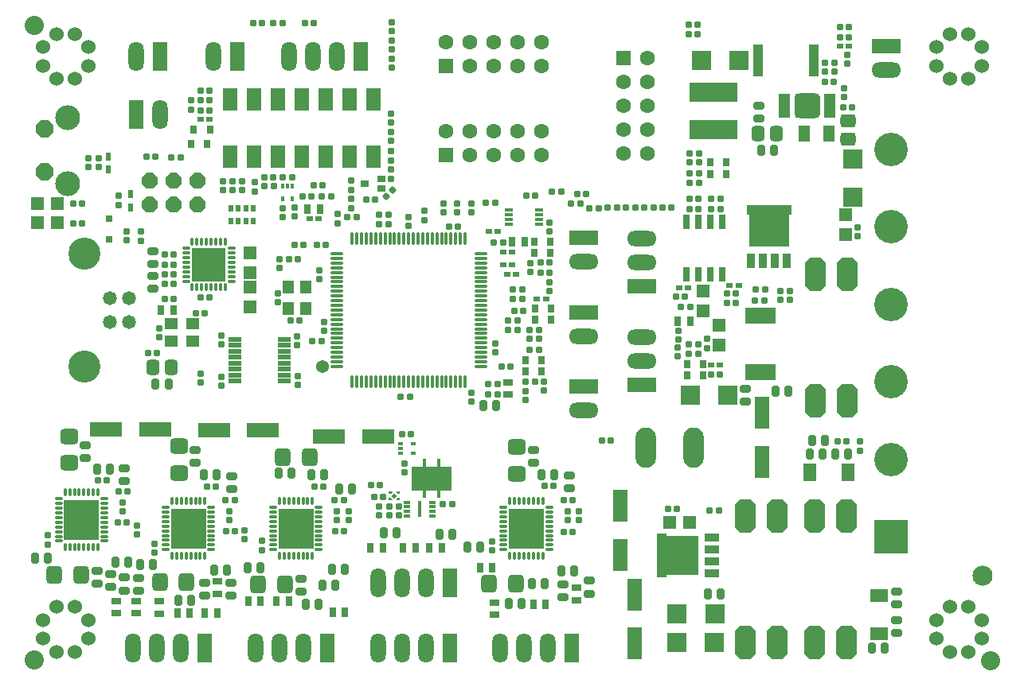
<source format=gts>
G04*
G04 #@! TF.GenerationSoftware,Altium Limited,Altium Designer,18.1.9 (240)*
G04*
G04 Layer_Color=8388736*
%FSLAX25Y25*%
%MOIN*%
G70*
G01*
G75*
%ADD18C,0.03000*%
%ADD100C,0.06306*%
%ADD101R,0.04600X0.01300*%
%ADD102R,0.05300X0.01700*%
%ADD103R,0.16800X0.10400*%
%ADD104R,0.03200X0.06000*%
%ADD105R,0.06000X0.03200*%
G04:AMPARAMS|DCode=106|XSize=26mil|YSize=28mil|CornerRadius=6.4mil|HoleSize=0mil|Usage=FLASHONLY|Rotation=180.000|XOffset=0mil|YOffset=0mil|HoleType=Round|Shape=RoundedRectangle|*
%AMROUNDEDRECTD106*
21,1,0.02600,0.01520,0,0,180.0*
21,1,0.01320,0.02800,0,0,180.0*
1,1,0.01280,-0.00660,0.00760*
1,1,0.01280,0.00660,0.00760*
1,1,0.01280,0.00660,-0.00760*
1,1,0.01280,-0.00660,-0.00760*
%
%ADD106ROUNDEDRECTD106*%
G04:AMPARAMS|DCode=107|XSize=26mil|YSize=28mil|CornerRadius=6.4mil|HoleSize=0mil|Usage=FLASHONLY|Rotation=90.000|XOffset=0mil|YOffset=0mil|HoleType=Round|Shape=RoundedRectangle|*
%AMROUNDEDRECTD107*
21,1,0.02600,0.01520,0,0,90.0*
21,1,0.01320,0.02800,0,0,90.0*
1,1,0.01280,0.00760,0.00660*
1,1,0.01280,0.00760,-0.00660*
1,1,0.01280,-0.00760,-0.00660*
1,1,0.01280,-0.00760,0.00660*
%
%ADD107ROUNDEDRECTD107*%
%ADD108R,0.02565X0.02368*%
G04:AMPARAMS|DCode=109|XSize=26mil|YSize=28mil|CornerRadius=6.4mil|HoleSize=0mil|Usage=FLASHONLY|Rotation=225.000|XOffset=0mil|YOffset=0mil|HoleType=Round|Shape=RoundedRectangle|*
%AMROUNDEDRECTD109*
21,1,0.02600,0.01520,0,0,225.0*
21,1,0.01320,0.02800,0,0,225.0*
1,1,0.01280,-0.01004,0.00071*
1,1,0.01280,-0.00071,0.01004*
1,1,0.01280,0.01004,-0.00071*
1,1,0.01280,0.00071,-0.01004*
%
%ADD109ROUNDEDRECTD109*%
%ADD110R,0.06306X0.09573*%
%ADD111R,0.03550X0.01565*%
G04:AMPARAMS|DCode=112|XSize=33.13mil|YSize=43.37mil|CornerRadius=7.83mil|HoleSize=0mil|Usage=FLASHONLY|Rotation=180.000|XOffset=0mil|YOffset=0mil|HoleType=Round|Shape=RoundedRectangle|*
%AMROUNDEDRECTD112*
21,1,0.03313,0.02772,0,0,180.0*
21,1,0.01748,0.04337,0,0,180.0*
1,1,0.01565,-0.00874,0.01386*
1,1,0.01565,0.00874,0.01386*
1,1,0.01565,0.00874,-0.01386*
1,1,0.01565,-0.00874,-0.01386*
%
%ADD112ROUNDEDRECTD112*%
%ADD113R,0.20479X0.08215*%
%ADD114R,0.08300X0.08300*%
G04:AMPARAMS|DCode=115|XSize=56mil|YSize=64mil|CornerRadius=15mil|HoleSize=0mil|Usage=FLASHONLY|Rotation=270.000|XOffset=0mil|YOffset=0mil|HoleType=Round|Shape=RoundedRectangle|*
%AMROUNDEDRECTD115*
21,1,0.05600,0.03400,0,0,270.0*
21,1,0.02600,0.06400,0,0,270.0*
1,1,0.03000,-0.01700,-0.01300*
1,1,0.03000,-0.01700,0.01300*
1,1,0.03000,0.01700,0.01300*
1,1,0.03000,0.01700,-0.01300*
%
%ADD115ROUNDEDRECTD115*%
%ADD116R,0.04731X0.07093*%
%ADD117R,0.05833X0.07487*%
%ADD118R,0.02400X0.03200*%
%ADD119R,0.05400X0.01900*%
G04:AMPARAMS|DCode=120|XSize=80mil|YSize=80mil|CornerRadius=40mil|HoleSize=0mil|Usage=FLASHONLY|Rotation=0.000|XOffset=0mil|YOffset=0mil|HoleType=Round|Shape=RoundedRectangle|*
%AMROUNDEDRECTD120*
21,1,0.08000,0.00000,0,0,0.0*
21,1,0.00000,0.08000,0,0,0.0*
1,1,0.08000,0.00000,0.00000*
1,1,0.08000,0.00000,0.00000*
1,1,0.08000,0.00000,0.00000*
1,1,0.08000,0.00000,0.00000*
%
%ADD120ROUNDEDRECTD120*%
%ADD121R,0.13000X0.06700*%
G04:AMPARAMS|DCode=122|XSize=56mil|YSize=64mil|CornerRadius=15mil|HoleSize=0mil|Usage=FLASHONLY|Rotation=180.000|XOffset=0mil|YOffset=0mil|HoleType=Round|Shape=RoundedRectangle|*
%AMROUNDEDRECTD122*
21,1,0.05600,0.03400,0,0,180.0*
21,1,0.02600,0.06400,0,0,180.0*
1,1,0.03000,-0.01300,0.01700*
1,1,0.03000,0.01300,0.01700*
1,1,0.03000,0.01300,-0.01700*
1,1,0.03000,-0.01300,-0.01700*
%
%ADD122ROUNDEDRECTD122*%
%ADD123R,0.05600X0.04600*%
%ADD124R,0.02400X0.03000*%
G04:AMPARAMS|DCode=125|XSize=33.13mil|YSize=43.37mil|CornerRadius=7.83mil|HoleSize=0mil|Usage=FLASHONLY|Rotation=90.000|XOffset=0mil|YOffset=0mil|HoleType=Round|Shape=RoundedRectangle|*
%AMROUNDEDRECTD125*
21,1,0.03313,0.02772,0,0,90.0*
21,1,0.01748,0.04337,0,0,90.0*
1,1,0.01565,0.01386,0.00874*
1,1,0.01565,0.01386,-0.00874*
1,1,0.01565,-0.01386,-0.00874*
1,1,0.01565,-0.01386,0.00874*
%
%ADD125ROUNDEDRECTD125*%
%ADD126O,0.01384X0.05518*%
%ADD127O,0.05518X0.01384*%
%ADD128R,0.02800X0.02800*%
%ADD129R,0.03943X0.13392*%
%ADD130C,0.06000*%
G04:AMPARAMS|DCode=131|XSize=67mil|YSize=75mil|CornerRadius=17.75mil|HoleSize=0mil|Usage=FLASHONLY|Rotation=90.000|XOffset=0mil|YOffset=0mil|HoleType=Round|Shape=RoundedRectangle|*
%AMROUNDEDRECTD131*
21,1,0.06700,0.03950,0,0,90.0*
21,1,0.03150,0.07500,0,0,90.0*
1,1,0.03550,0.01975,0.01575*
1,1,0.03550,0.01975,-0.01575*
1,1,0.03550,-0.01975,-0.01575*
1,1,0.03550,-0.01975,0.01575*
%
%ADD131ROUNDEDRECTD131*%
%ADD132R,0.13786X0.05912*%
%ADD133R,0.02800X0.06400*%
%ADD134R,0.05200X0.05200*%
G04:AMPARAMS|DCode=135|XSize=54mil|YSize=54mil|CornerRadius=27mil|HoleSize=0mil|Usage=FLASHONLY|Rotation=270.000|XOffset=0mil|YOffset=0mil|HoleType=Round|Shape=RoundedRectangle|*
%AMROUNDEDRECTD135*
21,1,0.05400,0.00000,0,0,270.0*
21,1,0.00000,0.05400,0,0,270.0*
1,1,0.05400,0.00000,0.00000*
1,1,0.05400,0.00000,0.00000*
1,1,0.05400,0.00000,0.00000*
1,1,0.05400,0.00000,0.00000*
%
%ADD135ROUNDEDRECTD135*%
%ADD136R,0.03038X0.03865*%
%ADD137R,0.14573X0.16542*%
%ADD138O,0.01384X0.03747*%
%ADD139O,0.03747X0.01384*%
G04:AMPARAMS|DCode=140|XSize=14.96mil|YSize=35.43mil|CornerRadius=6.38mil|HoleSize=0mil|Usage=FLASHONLY|Rotation=180.000|XOffset=0mil|YOffset=0mil|HoleType=Round|Shape=RoundedRectangle|*
%AMROUNDEDRECTD140*
21,1,0.01496,0.02268,0,0,180.0*
21,1,0.00221,0.03543,0,0,180.0*
1,1,0.01276,-0.00110,0.01134*
1,1,0.01276,0.00110,0.01134*
1,1,0.01276,0.00110,-0.01134*
1,1,0.01276,-0.00110,-0.01134*
%
%ADD140ROUNDEDRECTD140*%
G04:AMPARAMS|DCode=141|XSize=14.96mil|YSize=35.43mil|CornerRadius=6.38mil|HoleSize=0mil|Usage=FLASHONLY|Rotation=270.000|XOffset=0mil|YOffset=0mil|HoleType=Round|Shape=RoundedRectangle|*
%AMROUNDEDRECTD141*
21,1,0.01496,0.02268,0,0,270.0*
21,1,0.00221,0.03543,0,0,270.0*
1,1,0.01276,-0.01134,-0.00110*
1,1,0.01276,-0.01134,0.00110*
1,1,0.01276,0.01134,0.00110*
1,1,0.01276,0.01134,-0.00110*
%
%ADD141ROUNDEDRECTD141*%
%ADD142R,0.14100X0.14100*%
%ADD143R,0.02762X0.03550*%
G04:AMPARAMS|DCode=144|XSize=109mil|YSize=109mil|CornerRadius=28.25mil|HoleSize=0mil|Usage=FLASHONLY|Rotation=180.000|XOffset=0mil|YOffset=0mil|HoleType=Round|Shape=RoundedRectangle|*
%AMROUNDEDRECTD144*
21,1,0.10900,0.05250,0,0,180.0*
21,1,0.05250,0.10900,0,0,180.0*
1,1,0.05650,-0.02625,0.02625*
1,1,0.05650,0.02625,0.02625*
1,1,0.05650,0.02625,-0.02625*
1,1,0.05650,-0.02625,-0.02625*
%
%ADD144ROUNDEDRECTD144*%
%ADD145R,0.04836X0.01985*%
%ADD146R,0.03550X0.02565*%
%ADD147R,0.02565X0.01384*%
%ADD148R,0.01187X0.06699*%
%ADD149R,0.02172X0.01581*%
%ADD150R,0.08471X0.08471*%
%ADD151O,0.01502X0.03550*%
%ADD152O,0.03550X0.01502*%
%ADD153P,0.02132X4X180.0*%
%ADD154R,0.01581X0.02172*%
%ADD155R,0.03865X0.03038*%
%ADD156R,0.05912X0.13786*%
G04:AMPARAMS|DCode=157|XSize=67mil|YSize=75mil|CornerRadius=17.75mil|HoleSize=0mil|Usage=FLASHONLY|Rotation=180.000|XOffset=0mil|YOffset=0mil|HoleType=Round|Shape=RoundedRectangle|*
%AMROUNDEDRECTD157*
21,1,0.06700,0.03950,0,0,180.0*
21,1,0.03150,0.07500,0,0,180.0*
1,1,0.03550,-0.01575,0.01975*
1,1,0.03550,0.01575,0.01975*
1,1,0.03550,0.01575,-0.01975*
1,1,0.03550,-0.01575,-0.01975*
%
%ADD157ROUNDEDRECTD157*%
%ADD158R,0.05200X0.05200*%
%ADD159R,0.08300X0.08300*%
%ADD160R,0.04600X0.05600*%
%ADD161R,0.07487X0.05833*%
%ADD162R,0.06306X0.06306*%
%ADD163C,0.06306*%
%ADD164O,0.08650X0.16900*%
%ADD165R,0.06306X0.06306*%
G04:AMPARAMS|DCode=166|XSize=137mil|YSize=87mil|CornerRadius=0mil|HoleSize=0mil|Usage=FLASHONLY|Rotation=270.000|XOffset=0mil|YOffset=0mil|HoleType=Round|Shape=Octagon|*
%AMOCTAGOND166*
4,1,8,-0.02175,-0.06850,0.02175,-0.06850,0.04350,-0.04675,0.04350,0.04675,0.02175,0.06850,-0.02175,0.06850,-0.04350,0.04675,-0.04350,-0.04675,-0.02175,-0.06850,0.0*
%
%ADD166OCTAGOND166*%

%ADD167P,0.07144X8X22.5*%
%ADD168C,0.05800*%
%ADD169C,0.13450*%
%ADD170P,0.08010X8X292.5*%
%ADD171C,0.10400*%
%ADD172R,0.12400X0.06400*%
%ADD173O,0.12400X0.06400*%
%ADD174R,0.06400X0.12400*%
%ADD175O,0.06400X0.12400*%
%ADD176O,0.13998X0.14000*%
%ADD177R,0.13998X0.14000*%
%ADD178C,0.08400*%
%ADD179C,0.02400*%
G36*
X67874Y-150925D02*
Y-150492D01*
X67283Y-149902D01*
X66260D01*
Y-150925D01*
X67874D01*
D02*
G37*
G36*
X66260Y-147303D02*
Y-148327D01*
X67283D01*
X67874Y-147736D01*
Y-147303D01*
X66260D01*
D02*
G37*
G36*
X71142Y-150925D02*
Y-149902D01*
X70118D01*
X69528Y-150492D01*
Y-150925D01*
X71142D01*
D02*
G37*
G36*
X69528Y-147303D02*
Y-147736D01*
X70118Y-148327D01*
X71142D01*
Y-147303D01*
X69528D01*
D02*
G37*
G36*
X182573Y-165790D02*
X195959D01*
Y-182325D01*
X182573D01*
Y-183309D01*
X178538D01*
Y-164805D01*
X182573D01*
Y-165790D01*
D02*
G37*
G36*
X234940Y-31365D02*
X233956D01*
Y-44751D01*
X217421D01*
Y-31365D01*
X216436D01*
Y-27330D01*
X234940D01*
Y-31365D01*
D02*
G37*
G54D18*
X229688Y-41950D02*
D03*
Y-37950D02*
D03*
Y-33950D02*
D03*
Y-29950D02*
D03*
X221688D02*
D03*
Y-33950D02*
D03*
Y-37950D02*
D03*
Y-41950D02*
D03*
X225688D02*
D03*
Y-37950D02*
D03*
Y-29950D02*
D03*
Y-33950D02*
D03*
X193158Y-170057D02*
D03*
X189158D02*
D03*
X185158D02*
D03*
X181158D02*
D03*
Y-178058D02*
D03*
X185158D02*
D03*
X189158D02*
D03*
X193158D02*
D03*
Y-174057D02*
D03*
X189158D02*
D03*
X181158D02*
D03*
X185158D02*
D03*
X119644Y-156324D02*
D03*
X128305Y-169316D02*
D03*
X123975D02*
D03*
X119644D02*
D03*
X128305Y-164985D02*
D03*
X123975D02*
D03*
X119644D02*
D03*
X128305Y-160654D02*
D03*
X123975D02*
D03*
X119644D02*
D03*
X128305Y-156324D02*
D03*
X123975D02*
D03*
X-8925Y-52225D02*
D03*
Y-48485D02*
D03*
X-12694Y-48449D02*
D03*
X-12646Y-52225D02*
D03*
X-12665Y-56064D02*
D03*
X-8925Y-55965D02*
D03*
X-5185D02*
D03*
Y-52225D02*
D03*
Y-48485D02*
D03*
X-62163Y-152724D02*
D03*
X-57832D02*
D03*
X-66494Y-157054D02*
D03*
X-62163D02*
D03*
X-57832D02*
D03*
X-66494Y-161385D02*
D03*
X-62163D02*
D03*
X-57832D02*
D03*
X-66494Y-165716D02*
D03*
X-62163D02*
D03*
X-57832D02*
D03*
X-66494Y-152724D02*
D03*
X-17425Y-156324D02*
D03*
X-13094D02*
D03*
X-21756Y-160654D02*
D03*
X-17425D02*
D03*
X-13094D02*
D03*
X-21756Y-164985D02*
D03*
X-17425D02*
D03*
X-13094D02*
D03*
X-21756Y-169316D02*
D03*
X-17425D02*
D03*
X-13094D02*
D03*
X-21756Y-156324D02*
D03*
X27575D02*
D03*
X31905D02*
D03*
X23244Y-160654D02*
D03*
X27575D02*
D03*
X31905D02*
D03*
X23244Y-164985D02*
D03*
X27575D02*
D03*
X31905D02*
D03*
X23244Y-169316D02*
D03*
X27575D02*
D03*
X31905D02*
D03*
X23244Y-156324D02*
D03*
G54D100*
X174743Y34346D02*
D03*
Y24346D02*
D03*
Y14346D02*
D03*
Y4346D02*
D03*
Y-5654D02*
D03*
G54D101*
X22487Y-83471D02*
D03*
X22487Y-85971D02*
D03*
X22487Y-88471D02*
D03*
X22487Y-90971D02*
D03*
X22487Y-93471D02*
D03*
X22487Y-95971D02*
D03*
Y-98471D02*
D03*
X22487Y-100971D02*
D03*
X2087D02*
D03*
X2087Y-98471D02*
D03*
Y-95971D02*
D03*
X2087Y-93471D02*
D03*
X2087Y-90971D02*
D03*
Y-88471D02*
D03*
X2087Y-85971D02*
D03*
X2087Y-83471D02*
D03*
G54D102*
X22537Y-83471D02*
D03*
X22537Y-85971D02*
D03*
X22537Y-88471D02*
D03*
X22537Y-90971D02*
D03*
X22537Y-93471D02*
D03*
X22537Y-95971D02*
D03*
X22537Y-98471D02*
D03*
X22537Y-100971D02*
D03*
X2038Y-100971D02*
D03*
X2037Y-98471D02*
D03*
Y-95971D02*
D03*
X2038Y-93471D02*
D03*
X2037Y-90971D02*
D03*
Y-88471D02*
D03*
X2038Y-85971D02*
D03*
Y-83471D02*
D03*
G54D103*
X84350Y-141834D02*
D03*
G54D104*
X218188Y-50489D02*
D03*
X223188D02*
D03*
X228188D02*
D03*
X233188D02*
D03*
G54D105*
X201697Y-181558D02*
D03*
Y-176558D02*
D03*
Y-171557D02*
D03*
Y-166558D02*
D03*
G54D106*
X14430Y-15500D02*
D03*
X18170D02*
D03*
X89173Y-152461D02*
D03*
X92913D02*
D03*
X72047Y-123425D02*
D03*
X75787D02*
D03*
X60433Y-149606D02*
D03*
X64173D02*
D03*
X9781Y49025D02*
D03*
X13521D02*
D03*
X-34995Y-6875D02*
D03*
X-31255D02*
D03*
X-43155Y-160225D02*
D03*
X-46895D02*
D03*
X-51655Y-142525D02*
D03*
X-55395D02*
D03*
X-46595Y-147425D02*
D03*
X-42855D02*
D03*
X223523Y-67126D02*
D03*
X219783D02*
D03*
X143445Y-164225D02*
D03*
X139705D02*
D03*
X-23555Y-66725D02*
D03*
X-27295D02*
D03*
X135345Y-145025D02*
D03*
X131605D02*
D03*
X47845Y-163825D02*
D03*
X44105D02*
D03*
X1945Y-164025D02*
D03*
X-1795D02*
D03*
X29037Y-75705D02*
D03*
X25297D02*
D03*
X39045Y-145125D02*
D03*
X35305D02*
D03*
X-6055D02*
D03*
X-9795D02*
D03*
X252745Y24375D02*
D03*
X249005D02*
D03*
X169587Y-28425D02*
D03*
X165847D02*
D03*
X139605Y-150925D02*
D03*
X143345D02*
D03*
X43805D02*
D03*
X47545D02*
D03*
X-1857Y-151025D02*
D03*
X1883D02*
D03*
X155605Y-126025D02*
D03*
X159345D02*
D03*
X-23555Y-47925D02*
D03*
X-27295D02*
D03*
X-23555Y-60325D02*
D03*
X-27295D02*
D03*
X-8690Y-66047D02*
D03*
X-12430D02*
D03*
X-14295Y-72525D02*
D03*
X-10555D02*
D03*
X-34295Y-89225D02*
D03*
X-30555D02*
D03*
X71457Y-107677D02*
D03*
X75197D02*
D03*
X118505Y-62725D02*
D03*
X122245D02*
D03*
X28475Y-49938D02*
D03*
X24685D02*
D03*
X62825Y-144685D02*
D03*
X59035D02*
D03*
X18200Y-19400D02*
D03*
X14410D02*
D03*
X-61900Y-26725D02*
D03*
X-65690D02*
D03*
X-20700Y-7300D02*
D03*
X-24490D02*
D03*
X259175Y43120D02*
D03*
X255385D02*
D03*
X-12300Y20700D02*
D03*
X-8510D02*
D03*
X-12300Y16600D02*
D03*
X-8510D02*
D03*
X-8500Y12400D02*
D03*
X-12290D02*
D03*
X195828Y48518D02*
D03*
X192039D02*
D03*
X195828Y44518D02*
D03*
X192039D02*
D03*
X110975Y-26325D02*
D03*
X107185D02*
D03*
X204575Y-155125D02*
D03*
X200785D02*
D03*
X183275Y-154525D02*
D03*
X187065D02*
D03*
X-61925Y-34825D02*
D03*
X-65715D02*
D03*
X260375Y13875D02*
D03*
X256585D02*
D03*
X-23525Y-52225D02*
D03*
X-27315D02*
D03*
X-23525Y-56325D02*
D03*
X-27315D02*
D03*
X91702Y-36319D02*
D03*
X95492D02*
D03*
X25900Y-15500D02*
D03*
X22110D02*
D03*
X38711Y-18799D02*
D03*
X34921D02*
D03*
X30375Y-23625D02*
D03*
X34165D02*
D03*
X42254Y-23465D02*
D03*
X38464D02*
D03*
X255344Y47244D02*
D03*
X259134D02*
D03*
X211675Y-68325D02*
D03*
X207885D02*
D03*
X223875Y-62525D02*
D03*
X220085D02*
D03*
X211675Y-64425D02*
D03*
X207885D02*
D03*
X196000Y-28800D02*
D03*
X192210D02*
D03*
X205300D02*
D03*
X201510D02*
D03*
X192200Y-24500D02*
D03*
X195990D02*
D03*
X201500D02*
D03*
X205290D02*
D03*
X192600Y-69900D02*
D03*
X188810D02*
D03*
X201375Y-98425D02*
D03*
X205165D02*
D03*
X192175Y-89625D02*
D03*
X195965D02*
D03*
X195975Y-85625D02*
D03*
X192185D02*
D03*
X21939Y49016D02*
D03*
X18150D02*
D03*
X35010D02*
D03*
X31220D02*
D03*
X40065Y-43925D02*
D03*
X36275D02*
D03*
X30665D02*
D03*
X26875D02*
D03*
X49183Y-32283D02*
D03*
X52973D02*
D03*
X146546Y-26693D02*
D03*
X142756D02*
D03*
X123966Y-23307D02*
D03*
X127756D02*
D03*
X138632Y-21614D02*
D03*
X134843D02*
D03*
X129275Y-87925D02*
D03*
X125485D02*
D03*
X129975Y-51425D02*
D03*
X133765D02*
D03*
X111948Y-106604D02*
D03*
X108158D02*
D03*
X120275Y-79475D02*
D03*
X116485D02*
D03*
X110475Y-42825D02*
D03*
X114265D02*
D03*
X117475Y-95075D02*
D03*
X113685D02*
D03*
X120275Y-75575D02*
D03*
X116485D02*
D03*
X127575Y-101225D02*
D03*
X123785D02*
D03*
X118475Y-66525D02*
D03*
X122265D02*
D03*
X129975Y-55625D02*
D03*
X133765D02*
D03*
X108175Y-102425D02*
D03*
X111965D02*
D03*
X122775Y-71525D02*
D03*
X118985D02*
D03*
X186683Y-65765D02*
D03*
X190472D02*
D03*
X180974Y-28425D02*
D03*
X184764D02*
D03*
X173428D02*
D03*
X177217D02*
D03*
X158100D02*
D03*
X161890D02*
D03*
X149026Y-22520D02*
D03*
X145236D02*
D03*
X154252Y-28504D02*
D03*
X150462D02*
D03*
X38239Y-84173D02*
D03*
X34449D02*
D03*
X60660Y-24902D02*
D03*
X56870D02*
D03*
X254200Y-126300D02*
D03*
X257990D02*
D03*
G54D107*
X5100Y-17230D02*
D03*
Y-20970D02*
D03*
X1000Y-17230D02*
D03*
Y-20970D02*
D03*
X70571Y-157382D02*
D03*
Y-153642D02*
D03*
X66535Y-157382D02*
D03*
Y-153642D02*
D03*
X62500Y-157382D02*
D03*
Y-153642D02*
D03*
X27067Y-32028D02*
D03*
Y-28288D02*
D03*
X187598Y-83523D02*
D03*
Y-79783D02*
D03*
X-44825Y-151955D02*
D03*
Y-155695D02*
D03*
X-76325Y-169495D02*
D03*
Y-165755D02*
D03*
X-3658Y-81985D02*
D03*
Y-85725D02*
D03*
X28134Y-82143D02*
D03*
Y-85883D02*
D03*
X28232Y-102661D02*
D03*
Y-98921D02*
D03*
X-3559Y-102950D02*
D03*
Y-99209D02*
D03*
X13375Y-171795D02*
D03*
Y-168055D02*
D03*
X-43472Y-42095D02*
D03*
Y-38355D02*
D03*
X19875Y-64155D02*
D03*
Y-67895D02*
D03*
X-31725Y-172895D02*
D03*
Y-169155D02*
D03*
X81378Y-33484D02*
D03*
Y-29744D02*
D03*
X-225Y-155655D02*
D03*
Y-159395D02*
D03*
X44775Y-155555D02*
D03*
Y-159295D02*
D03*
X67682Y38043D02*
D03*
Y41783D02*
D03*
X196275Y-5605D02*
D03*
Y-9345D02*
D03*
X109775Y-171995D02*
D03*
Y-168255D02*
D03*
X141275Y-155555D02*
D03*
Y-159295D02*
D03*
X101024Y-106024D02*
D03*
Y-109764D02*
D03*
X-29625Y-82595D02*
D03*
Y-78855D02*
D03*
X20709Y-53602D02*
D03*
Y-49862D02*
D03*
X37477Y-54665D02*
D03*
Y-58405D02*
D03*
X111075Y-89068D02*
D03*
Y-85328D02*
D03*
X-59225Y-7555D02*
D03*
Y-11295D02*
D03*
X263800Y-126400D02*
D03*
Y-130190D02*
D03*
X10500Y-17700D02*
D03*
Y-21490D02*
D03*
X-3000Y-17200D02*
D03*
Y-20990D02*
D03*
X-37472Y-42124D02*
D03*
Y-38335D02*
D03*
X-16400Y12900D02*
D03*
Y16690D02*
D03*
X258504Y35758D02*
D03*
Y31969D02*
D03*
X74685Y-32234D02*
D03*
Y-36024D02*
D03*
X-12400Y-101600D02*
D03*
Y-97810D02*
D03*
X262800Y-36500D02*
D03*
Y-40290D02*
D03*
X-46628Y-23414D02*
D03*
Y-27204D02*
D03*
X-55125Y-11325D02*
D03*
Y-7535D02*
D03*
X192275Y-9375D02*
D03*
Y-5585D02*
D03*
X62205Y-35168D02*
D03*
Y-31378D02*
D03*
X192225Y-17825D02*
D03*
Y-14035D02*
D03*
X196325D02*
D03*
Y-17825D02*
D03*
X253175Y28575D02*
D03*
Y32365D02*
D03*
X249175Y32375D02*
D03*
Y28585D02*
D03*
X22146Y-28612D02*
D03*
Y-32402D02*
D03*
X146075Y-155525D02*
D03*
Y-159315D02*
D03*
X-39025Y-161625D02*
D03*
Y-165415D02*
D03*
X256975Y21875D02*
D03*
Y18085D02*
D03*
X49575Y-155525D02*
D03*
Y-159315D02*
D03*
X5875Y-163625D02*
D03*
Y-167415D02*
D03*
X89375Y-26625D02*
D03*
Y-30415D02*
D03*
X95175Y-26525D02*
D03*
Y-30315D02*
D03*
X100875Y-26525D02*
D03*
Y-30315D02*
D03*
X66240Y-35168D02*
D03*
Y-31378D02*
D03*
X230400Y-67000D02*
D03*
Y-63210D02*
D03*
X234500Y-67000D02*
D03*
Y-63210D02*
D03*
X199775Y-87125D02*
D03*
Y-83335D02*
D03*
X67441Y-8475D02*
D03*
Y-4685D02*
D03*
Y11113D02*
D03*
Y7323D02*
D03*
X67520Y3435D02*
D03*
Y-354D02*
D03*
X50827Y-24675D02*
D03*
Y-28465D02*
D03*
Y-16998D02*
D03*
Y-20787D02*
D03*
X44961Y-31013D02*
D03*
Y-34803D02*
D03*
X67677Y34065D02*
D03*
Y30275D02*
D03*
X67598Y45777D02*
D03*
Y49567D02*
D03*
X129475Y-79625D02*
D03*
Y-83415D02*
D03*
X125375Y-79625D02*
D03*
Y-83415D02*
D03*
X123775Y-109025D02*
D03*
Y-105235D02*
D03*
X125775Y-55425D02*
D03*
Y-51635D02*
D03*
X187343Y-90640D02*
D03*
Y-86850D02*
D03*
X133583Y-38400D02*
D03*
Y-34610D02*
D03*
X133637Y-63278D02*
D03*
Y-59488D02*
D03*
X131339Y-101171D02*
D03*
Y-104961D02*
D03*
X39272Y-80089D02*
D03*
Y-76299D02*
D03*
X67421Y-16172D02*
D03*
Y-12382D02*
D03*
X73130Y-139400D02*
D03*
Y-135610D02*
D03*
G54D108*
X114354Y-52162D02*
D03*
X118124D02*
D03*
X114305Y-47025D02*
D03*
X118075D02*
D03*
X205145Y-94125D02*
D03*
X201375D02*
D03*
X132264Y-66732D02*
D03*
X128494D02*
D03*
X115929Y-56296D02*
D03*
X119699D02*
D03*
X-8530Y8600D02*
D03*
X-12270D02*
D03*
X33405Y-32771D02*
D03*
X37145D02*
D03*
X111995Y-38225D02*
D03*
X108255D02*
D03*
X209130Y-60900D02*
D03*
X212900D02*
D03*
X191770Y-62000D02*
D03*
X188030D02*
D03*
X259114Y39409D02*
D03*
X255374D02*
D03*
G54D109*
X65487Y-23686D02*
D03*
X68167Y-21006D02*
D03*
G54D110*
X0Y-6949D02*
D03*
Y16949D02*
D03*
X10000Y-6949D02*
D03*
Y16949D02*
D03*
X20000Y-6949D02*
D03*
Y16949D02*
D03*
X30000Y-6949D02*
D03*
Y16949D02*
D03*
X40000Y-6949D02*
D03*
Y16949D02*
D03*
X50000Y-6949D02*
D03*
Y16949D02*
D03*
X60000Y-6949D02*
D03*
Y16949D02*
D03*
G54D111*
X116701Y-29247D02*
D03*
Y-31216D02*
D03*
Y-33184D02*
D03*
Y-35153D02*
D03*
X129299Y-29247D02*
D03*
Y-31216D02*
D03*
Y-33184D02*
D03*
Y-35153D02*
D03*
G54D112*
X-31152Y-102126D02*
D03*
X-25798D02*
D03*
X199998Y-190425D02*
D03*
X205352D02*
D03*
X126298Y-185925D02*
D03*
X131652D02*
D03*
X104752Y-170525D02*
D03*
X99398D02*
D03*
X122052Y-194125D02*
D03*
X116698D02*
D03*
X135652Y-140325D02*
D03*
X130298D02*
D03*
X138698Y-180725D02*
D03*
X144052D02*
D03*
X7498Y-179325D02*
D03*
X12852D02*
D03*
X38598Y-186625D02*
D03*
X43952D02*
D03*
X20198Y-139725D02*
D03*
X25552D02*
D03*
X69705Y-164665D02*
D03*
X64350D02*
D03*
X93052Y-165125D02*
D03*
X87698D02*
D03*
X45598Y-146125D02*
D03*
X50952D02*
D03*
X33998Y-140425D02*
D03*
X39352D02*
D03*
X48052Y-180025D02*
D03*
X42698D02*
D03*
X-10902Y-140425D02*
D03*
X-5548D02*
D03*
X-1148Y-180125D02*
D03*
X-6502D02*
D03*
X-16148Y-192825D02*
D03*
X-21502D02*
D03*
X-32223Y-177900D02*
D03*
X-37577D02*
D03*
X31698Y-194625D02*
D03*
X37052D02*
D03*
X243548Y-125875D02*
D03*
X248902D02*
D03*
X242798Y-131625D02*
D03*
X248152D02*
D03*
X253498D02*
D03*
X258852D02*
D03*
X227552Y-4125D02*
D03*
X222198D02*
D03*
X233852Y-105125D02*
D03*
X228498D02*
D03*
X-55502Y-137925D02*
D03*
X-50148D02*
D03*
X-42548Y-176925D02*
D03*
X-47902D02*
D03*
X-76248Y-175325D02*
D03*
X-81602D02*
D03*
X111240Y-111417D02*
D03*
X105886D02*
D03*
X274152Y-213025D02*
D03*
X268798D02*
D03*
G54D113*
X202275Y20149D02*
D03*
Y4401D02*
D03*
G54D114*
X197201Y33275D02*
D03*
X212975D02*
D03*
X208349Y-106925D02*
D03*
X192575D02*
D03*
X187146Y-198458D02*
D03*
X202921D02*
D03*
X202830Y-210442D02*
D03*
X187056D02*
D03*
G54D115*
X258575Y7915D02*
D03*
Y375D02*
D03*
G54D116*
X240358Y2675D02*
D03*
X250791D02*
D03*
G54D117*
X242565Y-139425D02*
D03*
X258785D02*
D03*
G54D118*
X-50925Y-12381D02*
D03*
Y-6869D02*
D03*
X-41608Y-22657D02*
D03*
Y-28168D02*
D03*
G54D119*
X22587Y-83471D02*
D03*
Y-85971D02*
D03*
X2051Y-101021D02*
D03*
X22587Y-98521D02*
D03*
X2051D02*
D03*
Y-93521D02*
D03*
X22587Y-101021D02*
D03*
X2051Y-96021D02*
D03*
X22587D02*
D03*
X22587Y-93521D02*
D03*
X22587Y-88471D02*
D03*
X2051Y-90971D02*
D03*
Y-88471D02*
D03*
Y-83471D02*
D03*
X22587Y-90971D02*
D03*
X2051Y-85971D02*
D03*
G54D120*
X-82102Y-218009D02*
D03*
X318193Y-218402D02*
D03*
X-82102Y48035D02*
D03*
G54D121*
X222008Y-97417D02*
D03*
Y-73706D02*
D03*
G54D122*
X-32225Y-95225D02*
D03*
X-24685D02*
D03*
X221135Y2775D02*
D03*
X228675D02*
D03*
G54D123*
X-24653Y-84367D02*
D03*
X-15525D02*
D03*
Y-77025D02*
D03*
X-24653D02*
D03*
G54D124*
X9827Y-33996D02*
D03*
X6677D02*
D03*
X3502D02*
D03*
X302D02*
D03*
Y-28639D02*
D03*
X3502D02*
D03*
X6677D02*
D03*
X9827D02*
D03*
G54D125*
X-32425Y-57048D02*
D03*
Y-62402D02*
D03*
X-44225Y-137548D02*
D03*
Y-142902D02*
D03*
X126975Y-129848D02*
D03*
Y-135202D02*
D03*
X139275Y-186125D02*
D03*
Y-191480D02*
D03*
X150475Y-184748D02*
D03*
Y-190102D02*
D03*
X142075Y-140548D02*
D03*
Y-145902D02*
D03*
X29700Y-189277D02*
D03*
Y-183923D02*
D03*
X-10600Y-190877D02*
D03*
Y-185523D02*
D03*
X-14625Y-129948D02*
D03*
Y-135302D02*
D03*
X200Y-190877D02*
D03*
Y-185523D02*
D03*
X675Y-140948D02*
D03*
Y-146302D02*
D03*
X215775Y-104148D02*
D03*
Y-109502D02*
D03*
X221375Y8998D02*
D03*
Y14352D02*
D03*
X-55625Y-180648D02*
D03*
Y-186002D02*
D03*
X-49925Y-187402D02*
D03*
Y-182048D02*
D03*
X-60625Y-128048D02*
D03*
Y-133402D02*
D03*
X-44175Y-188779D02*
D03*
Y-183425D02*
D03*
X-38375Y-183448D02*
D03*
Y-188802D02*
D03*
X-32425Y-51903D02*
D03*
Y-46548D02*
D03*
X279175Y-189348D02*
D03*
Y-194702D02*
D03*
Y-201148D02*
D03*
Y-206502D02*
D03*
G54D126*
X98376Y-41107D02*
D03*
X96407D02*
D03*
X94439D02*
D03*
X92470D02*
D03*
X90502D02*
D03*
X88533D02*
D03*
X86565D02*
D03*
X84596D02*
D03*
X82628D02*
D03*
X80659D02*
D03*
X78690D02*
D03*
X76722D02*
D03*
X74753D02*
D03*
X72785D02*
D03*
X70816D02*
D03*
X68848D02*
D03*
X66879D02*
D03*
X64911D02*
D03*
X62942D02*
D03*
X60974D02*
D03*
X59005D02*
D03*
X57037D02*
D03*
X55068D02*
D03*
X53100D02*
D03*
X51131D02*
D03*
Y-101343D02*
D03*
X53100D02*
D03*
X55068D02*
D03*
X57037D02*
D03*
X59005D02*
D03*
X60974D02*
D03*
X62942D02*
D03*
X64911D02*
D03*
X66879D02*
D03*
X68848D02*
D03*
X70816D02*
D03*
X72785D02*
D03*
X74753D02*
D03*
X76722D02*
D03*
X78690D02*
D03*
X80659D02*
D03*
X82628D02*
D03*
X84596D02*
D03*
X86565D02*
D03*
X88533D02*
D03*
X90502D02*
D03*
X92470D02*
D03*
X94439D02*
D03*
X96407D02*
D03*
X98376D02*
D03*
G54D127*
X44635Y-47603D02*
D03*
Y-49572D02*
D03*
Y-51540D02*
D03*
Y-53509D02*
D03*
Y-55477D02*
D03*
Y-57446D02*
D03*
Y-59414D02*
D03*
Y-61383D02*
D03*
Y-63351D02*
D03*
Y-65320D02*
D03*
Y-67288D02*
D03*
Y-69257D02*
D03*
Y-71225D02*
D03*
Y-73194D02*
D03*
Y-75162D02*
D03*
Y-77131D02*
D03*
Y-79099D02*
D03*
Y-81068D02*
D03*
Y-83036D02*
D03*
Y-85005D02*
D03*
Y-86973D02*
D03*
Y-88942D02*
D03*
Y-90910D02*
D03*
Y-92879D02*
D03*
Y-94847D02*
D03*
X104872D02*
D03*
Y-92879D02*
D03*
Y-90910D02*
D03*
Y-88942D02*
D03*
Y-86973D02*
D03*
Y-85005D02*
D03*
Y-83036D02*
D03*
Y-81068D02*
D03*
Y-79099D02*
D03*
Y-77131D02*
D03*
Y-75162D02*
D03*
Y-73194D02*
D03*
Y-71225D02*
D03*
Y-69257D02*
D03*
Y-67288D02*
D03*
Y-65320D02*
D03*
Y-63351D02*
D03*
Y-61383D02*
D03*
Y-59414D02*
D03*
Y-57446D02*
D03*
Y-55477D02*
D03*
Y-53509D02*
D03*
Y-51540D02*
D03*
Y-49572D02*
D03*
Y-47603D02*
D03*
G54D128*
X-50508Y-41700D02*
D03*
Y-32969D02*
D03*
G54D129*
X244189Y33275D02*
D03*
X220961D02*
D03*
G54D130*
X309138Y-214564D02*
D03*
X301264D02*
D03*
X295752Y-209052D02*
D03*
Y-201178D02*
D03*
X301264Y-195666D02*
D03*
X309138D02*
D03*
X314650Y-201178D02*
D03*
Y-209052D02*
D03*
Y31106D02*
D03*
Y38980D02*
D03*
X309138Y44491D02*
D03*
X301264D02*
D03*
X295752Y38980D02*
D03*
Y31106D02*
D03*
X301264Y25594D02*
D03*
X309138D02*
D03*
X-59366Y31106D02*
D03*
Y38980D02*
D03*
X-64878Y44491D02*
D03*
X-72752D02*
D03*
X-78264Y38980D02*
D03*
Y31106D02*
D03*
X-72752Y25594D02*
D03*
X-64878D02*
D03*
X-59366Y-209052D02*
D03*
Y-201178D02*
D03*
X-64878Y-195666D02*
D03*
X-72752D02*
D03*
X-78264Y-201178D02*
D03*
Y-209052D02*
D03*
X-72752Y-214564D02*
D03*
X-64878D02*
D03*
G54D131*
X-67425Y-124225D02*
D03*
Y-135424D02*
D03*
X120100Y-128600D02*
D03*
Y-139798D02*
D03*
X-21425Y-139624D02*
D03*
Y-128425D02*
D03*
G54D132*
X-31389Y-121125D02*
D03*
X-51861D02*
D03*
X41502Y-124325D02*
D03*
X61975D02*
D03*
X-6700Y-121500D02*
D03*
X13772D02*
D03*
G54D133*
X200875Y-34383D02*
D03*
Y-56110D02*
D03*
X205875Y-34383D02*
D03*
X195875D02*
D03*
X190875D02*
D03*
X205875Y-56110D02*
D03*
X195875D02*
D03*
X190875D02*
D03*
G54D134*
X204775Y-77725D02*
D03*
Y-86059D02*
D03*
X8350Y-47143D02*
D03*
Y-55476D02*
D03*
X8252Y-69977D02*
D03*
Y-61643D02*
D03*
X197900Y-71534D02*
D03*
Y-63200D02*
D03*
X257800Y-39734D02*
D03*
Y-31400D02*
D03*
G54D135*
X38740Y-94961D02*
D03*
G54D136*
X-23607Y-71325D02*
D03*
X-28843D02*
D03*
X187343Y-75984D02*
D03*
X192579D02*
D03*
X126857Y-194525D02*
D03*
X132093D02*
D03*
X83357Y-171025D02*
D03*
X88593D02*
D03*
X72457D02*
D03*
X77693D02*
D03*
X58757D02*
D03*
X63993D02*
D03*
X37693Y-28771D02*
D03*
X32457D02*
D03*
X24618Y-193400D02*
D03*
X19382D02*
D03*
X109793Y-179225D02*
D03*
X104557D02*
D03*
X118057Y-42625D02*
D03*
X123293D02*
D03*
X-22118Y-198200D02*
D03*
X-16882D02*
D03*
X-10518Y-198300D02*
D03*
X-5282D02*
D03*
X7582Y-193400D02*
D03*
X12818D02*
D03*
X42882Y-197800D02*
D03*
X48118D02*
D03*
G54D137*
X123975Y-162820D02*
D03*
X-62163Y-159220D02*
D03*
X-17425Y-162820D02*
D03*
X27575D02*
D03*
G54D138*
X117085Y-151304D02*
D03*
X119053D02*
D03*
X121022D02*
D03*
X122991D02*
D03*
X124959D02*
D03*
X126928D02*
D03*
X128896D02*
D03*
X130865D02*
D03*
Y-174335D02*
D03*
X128896D02*
D03*
X126928D02*
D03*
X124959D02*
D03*
X122991D02*
D03*
X121022D02*
D03*
X119053D02*
D03*
X117085D02*
D03*
X-69053Y-170735D02*
D03*
X-67084D02*
D03*
X-65116D02*
D03*
X-63147D02*
D03*
X-61179D02*
D03*
X-59210D02*
D03*
X-57242D02*
D03*
X-55273D02*
D03*
Y-147704D02*
D03*
X-57242D02*
D03*
X-59210D02*
D03*
X-61179D02*
D03*
X-63147D02*
D03*
X-65116D02*
D03*
X-67084D02*
D03*
X-69053D02*
D03*
X-24315Y-174335D02*
D03*
X-22346D02*
D03*
X-20378D02*
D03*
X-18409D02*
D03*
X-16441D02*
D03*
X-14472D02*
D03*
X-12504D02*
D03*
X-10535D02*
D03*
Y-151304D02*
D03*
X-12504D02*
D03*
X-14472D02*
D03*
X-16441D02*
D03*
X-18409D02*
D03*
X-20378D02*
D03*
X-22346D02*
D03*
X-24315D02*
D03*
X20685Y-174335D02*
D03*
X22654D02*
D03*
X24622D02*
D03*
X26591D02*
D03*
X28559D02*
D03*
X30528D02*
D03*
X32496D02*
D03*
X34465D02*
D03*
Y-151304D02*
D03*
X32496D02*
D03*
X30528D02*
D03*
X28559D02*
D03*
X26591D02*
D03*
X24622D02*
D03*
X22654D02*
D03*
X20685D02*
D03*
G54D139*
X133542Y-153961D02*
D03*
Y-155930D02*
D03*
Y-157898D02*
D03*
Y-159867D02*
D03*
Y-161835D02*
D03*
Y-163804D02*
D03*
Y-165772D02*
D03*
Y-167741D02*
D03*
Y-169709D02*
D03*
Y-171678D02*
D03*
X114408D02*
D03*
Y-169709D02*
D03*
Y-167741D02*
D03*
Y-165772D02*
D03*
Y-163804D02*
D03*
Y-161835D02*
D03*
Y-159867D02*
D03*
Y-157898D02*
D03*
Y-155930D02*
D03*
Y-153961D02*
D03*
X-71730Y-150361D02*
D03*
Y-152330D02*
D03*
Y-154298D02*
D03*
Y-156267D02*
D03*
Y-158235D02*
D03*
Y-160204D02*
D03*
Y-162172D02*
D03*
Y-164141D02*
D03*
Y-166109D02*
D03*
Y-168078D02*
D03*
X-52596D02*
D03*
Y-166109D02*
D03*
Y-164141D02*
D03*
Y-162172D02*
D03*
Y-160204D02*
D03*
Y-158235D02*
D03*
Y-156267D02*
D03*
Y-154298D02*
D03*
Y-152330D02*
D03*
Y-150361D02*
D03*
X-26992Y-153961D02*
D03*
Y-155930D02*
D03*
Y-157898D02*
D03*
Y-159867D02*
D03*
Y-161835D02*
D03*
Y-163804D02*
D03*
Y-165772D02*
D03*
Y-167741D02*
D03*
Y-169709D02*
D03*
Y-171678D02*
D03*
X-7858D02*
D03*
Y-169709D02*
D03*
Y-167741D02*
D03*
Y-165772D02*
D03*
Y-163804D02*
D03*
Y-161835D02*
D03*
Y-159867D02*
D03*
Y-157898D02*
D03*
Y-155930D02*
D03*
Y-153961D02*
D03*
X18008D02*
D03*
Y-155930D02*
D03*
Y-157898D02*
D03*
Y-159867D02*
D03*
Y-161835D02*
D03*
Y-163804D02*
D03*
Y-165772D02*
D03*
Y-167741D02*
D03*
Y-169709D02*
D03*
Y-171678D02*
D03*
X37142D02*
D03*
Y-169709D02*
D03*
Y-167741D02*
D03*
Y-165772D02*
D03*
Y-163804D02*
D03*
Y-161835D02*
D03*
Y-159867D02*
D03*
Y-157898D02*
D03*
Y-155930D02*
D03*
Y-153961D02*
D03*
G54D140*
X-15815Y-61674D02*
D03*
X-13847D02*
D03*
X-11878D02*
D03*
X-9909D02*
D03*
X-7941D02*
D03*
X-5972D02*
D03*
X-4004D02*
D03*
X-2035D02*
D03*
Y-42725D02*
D03*
X-4004D02*
D03*
X-5972D02*
D03*
X-7941D02*
D03*
X-9909D02*
D03*
X-11878D02*
D03*
X-13847D02*
D03*
X-15815D02*
D03*
G54D141*
X524Y-59115D02*
D03*
Y-57146D02*
D03*
Y-55178D02*
D03*
Y-53209D02*
D03*
Y-51241D02*
D03*
Y-49272D02*
D03*
Y-47304D02*
D03*
Y-45335D02*
D03*
X-18425D02*
D03*
Y-47304D02*
D03*
Y-49272D02*
D03*
Y-51241D02*
D03*
Y-53209D02*
D03*
Y-55178D02*
D03*
Y-57146D02*
D03*
Y-59115D02*
D03*
G54D142*
X-8925Y-52225D02*
D03*
G54D143*
X-8454Y4400D02*
D03*
X-15146D02*
D03*
X134321Y-70625D02*
D03*
X127628D02*
D03*
X127428Y-42525D02*
D03*
X134121D02*
D03*
X127428Y-47125D02*
D03*
X134121D02*
D03*
X134321Y-75225D02*
D03*
X127628D02*
D03*
X123682Y-96825D02*
D03*
X130375D02*
D03*
X123628Y-92225D02*
D03*
X130321D02*
D03*
X200954Y-14100D02*
D03*
X207646D02*
D03*
X191428Y-98625D02*
D03*
X198121D02*
D03*
X191428Y-94025D02*
D03*
X198121D02*
D03*
X200954Y-9200D02*
D03*
X207646D02*
D03*
X-16346Y-1500D02*
D03*
X-9653D02*
D03*
G54D144*
X241543Y14432D02*
D03*
G54D145*
X250992Y10495D02*
D03*
Y12464D02*
D03*
Y14432D02*
D03*
Y16401D02*
D03*
Y18369D02*
D03*
X232095Y10495D02*
D03*
Y12464D02*
D03*
Y14432D02*
D03*
Y16401D02*
D03*
Y18369D02*
D03*
G54D146*
X56201Y-18209D02*
D03*
X63287Y-16240D02*
D03*
Y-20177D02*
D03*
G54D147*
X74134Y-151772D02*
D03*
Y-153740D02*
D03*
Y-155709D02*
D03*
Y-157677D02*
D03*
X84528Y-151772D02*
D03*
Y-153740D02*
D03*
Y-155709D02*
D03*
Y-157677D02*
D03*
G54D148*
X79331Y-154724D02*
D03*
G54D149*
X71260Y-127348D02*
D03*
Y-129331D02*
D03*
Y-131313D02*
D03*
X76575Y-131299D02*
D03*
Y-127362D02*
D03*
G54D150*
X84350Y-141732D02*
D03*
G54D151*
X87303Y-148152D02*
D03*
X81398D02*
D03*
Y-135312D02*
D03*
X87303D02*
D03*
G54D152*
X77930Y-145669D02*
D03*
Y-143701D02*
D03*
Y-141732D02*
D03*
Y-139764D02*
D03*
Y-137795D02*
D03*
X90770D02*
D03*
Y-139764D02*
D03*
Y-141732D02*
D03*
Y-143701D02*
D03*
Y-145669D02*
D03*
G54D153*
X68701Y-149114D02*
D03*
G54D154*
X25984Y-24606D02*
D03*
X22047D02*
D03*
X22034Y-19291D02*
D03*
X24016D02*
D03*
X25998D02*
D03*
G54D155*
X144875Y-187707D02*
D03*
Y-192943D02*
D03*
X110775Y-193807D02*
D03*
Y-199043D02*
D03*
X-39200Y-193182D02*
D03*
Y-198418D02*
D03*
X116375Y-106743D02*
D03*
Y-101507D02*
D03*
X-47500Y-193182D02*
D03*
Y-198418D02*
D03*
X-29700Y-193200D02*
D03*
Y-198436D02*
D03*
X-5200Y-184882D02*
D03*
Y-190118D02*
D03*
G54D156*
X169375Y-190589D02*
D03*
Y-211061D02*
D03*
X163475Y-153389D02*
D03*
Y-173861D02*
D03*
X222575Y-114389D02*
D03*
Y-134861D02*
D03*
G54D157*
X108375Y-186025D02*
D03*
X119573D02*
D03*
X22002Y-132900D02*
D03*
X33200D02*
D03*
X-18202Y-185200D02*
D03*
X-29400D02*
D03*
X11700Y-186100D02*
D03*
X22898D02*
D03*
X-73525Y-182125D02*
D03*
X-62327D02*
D03*
G54D158*
X-72291Y-26725D02*
D03*
X-80625D02*
D03*
X-72291Y-34725D02*
D03*
X-80625D02*
D03*
X183941Y-160225D02*
D03*
X192275D02*
D03*
G54D159*
X260800Y-8000D02*
D03*
Y-23774D02*
D03*
G54D160*
X24489Y-70754D02*
D03*
Y-61626D02*
D03*
X31831D02*
D03*
Y-70754D02*
D03*
G54D161*
X271775Y-207035D02*
D03*
Y-190815D02*
D03*
G54D162*
X90475Y31175D02*
D03*
Y-6325D02*
D03*
G54D163*
Y41175D02*
D03*
X100475Y31175D02*
D03*
Y41175D02*
D03*
X110475Y31175D02*
D03*
Y41175D02*
D03*
X120475Y31175D02*
D03*
Y41175D02*
D03*
X130475Y31175D02*
D03*
Y41175D02*
D03*
X164743Y-5654D02*
D03*
Y4346D02*
D03*
Y14346D02*
D03*
Y24346D02*
D03*
X130475Y3675D02*
D03*
Y-6325D02*
D03*
X120475Y3675D02*
D03*
Y-6325D02*
D03*
X110475Y3675D02*
D03*
Y-6325D02*
D03*
X100475Y3675D02*
D03*
Y-6325D02*
D03*
X90475Y3675D02*
D03*
G54D164*
X174175Y-128925D02*
D03*
X194175D02*
D03*
G54D165*
X164743Y34346D02*
D03*
G54D166*
X228970Y-210686D02*
D03*
X215570D02*
D03*
Y-157686D02*
D03*
X228970D02*
D03*
X245075Y-56425D02*
D03*
X258475D02*
D03*
Y-109425D02*
D03*
X245075D02*
D03*
X257975Y-157725D02*
D03*
X244575D02*
D03*
Y-210725D02*
D03*
X257975D02*
D03*
G54D167*
X-33672Y-26769D02*
D03*
Y-16769D02*
D03*
X-23673Y-26769D02*
D03*
Y-16769D02*
D03*
X-13672Y-26769D02*
D03*
Y-16769D02*
D03*
G54D168*
X-42341Y-76257D02*
D03*
Y-66335D02*
D03*
X-50241D02*
D03*
Y-76257D02*
D03*
G54D169*
X-60941Y-47635D02*
D03*
Y-94957D02*
D03*
G54D170*
X-77652Y4572D02*
D03*
Y-13228D02*
D03*
G54D171*
X-67852Y9472D02*
D03*
Y-18128D02*
D03*
G54D172*
X172375Y-102525D02*
D03*
X148114Y-41060D02*
D03*
Y-72162D02*
D03*
Y-103265D02*
D03*
X274575Y39375D02*
D03*
X172475Y-61125D02*
D03*
G54D173*
X172375Y-92525D02*
D03*
Y-82525D02*
D03*
X148114Y-51060D02*
D03*
Y-82162D02*
D03*
Y-113265D02*
D03*
X274575Y29375D02*
D03*
X172475Y-41125D02*
D03*
Y-51125D02*
D03*
G54D174*
X2900Y35000D02*
D03*
X54695Y35043D02*
D03*
X-10500Y-213000D02*
D03*
X40681D02*
D03*
X91862Y-185441D02*
D03*
Y-213000D02*
D03*
X143083Y-212961D02*
D03*
X-39200Y10900D02*
D03*
X-29200Y35000D02*
D03*
G54D175*
X-7100D02*
D03*
X44695Y35043D02*
D03*
X34695D02*
D03*
X24695D02*
D03*
X-40500Y-213000D02*
D03*
X-30500D02*
D03*
X-20500D02*
D03*
X10681D02*
D03*
X20681D02*
D03*
X30681D02*
D03*
X61862Y-185441D02*
D03*
X71862D02*
D03*
X81862D02*
D03*
X61862Y-213000D02*
D03*
X71862D02*
D03*
X81862D02*
D03*
X113083Y-212961D02*
D03*
X123083D02*
D03*
X133083D02*
D03*
X-29200Y10900D02*
D03*
X-39200Y35000D02*
D03*
G54D176*
X276775Y-3775D02*
D03*
Y-36275D02*
D03*
Y-68775D02*
D03*
Y-101275D02*
D03*
Y-133775D02*
D03*
G54D177*
Y-166275D02*
D03*
G54D178*
X315142Y-182674D02*
D03*
G54D179*
X241543Y14432D02*
D03*
X237606D02*
D03*
Y18369D02*
D03*
X241543D02*
D03*
X245480D02*
D03*
Y14432D02*
D03*
Y10495D02*
D03*
X241543D02*
D03*
X237606D02*
D03*
M02*

</source>
